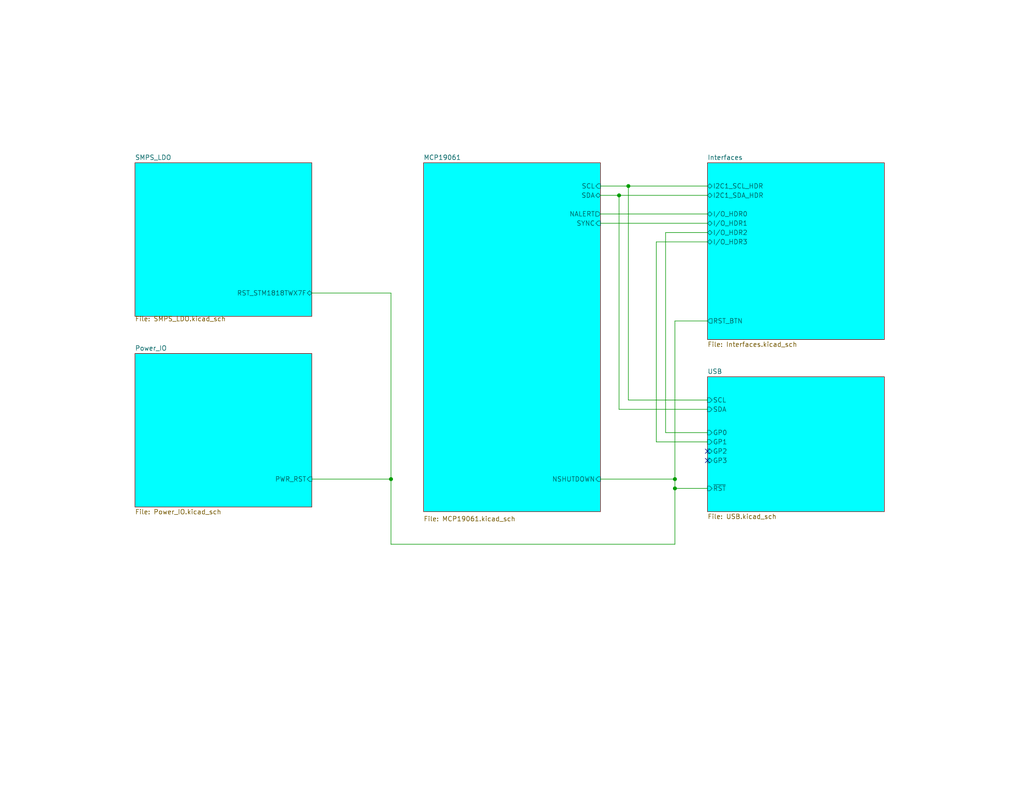
<source format=kicad_sch>
(kicad_sch
	(version 20231120)
	(generator "eeschema")
	(generator_version "8.0")
	(uuid "b3855754-13ea-49fc-935d-9d42ea1a9383")
	(paper "USLetter")
	(lib_symbols)
	(junction
		(at 184.15 133.35)
		(diameter 0)
		(color 0 0 0 0)
		(uuid "3900d937-e6e7-474f-beee-a7ca91d3338b")
	)
	(junction
		(at 106.68 130.81)
		(diameter 0)
		(color 0 0 0 0)
		(uuid "e13d0506-a6a8-47a6-b4c6-59ed376ab56f")
	)
	(junction
		(at 171.45 50.8)
		(diameter 0)
		(color 0 0 0 0)
		(uuid "e9f118bf-be8f-4e3f-a90c-b5586e73f8f5")
	)
	(junction
		(at 168.91 53.34)
		(diameter 0)
		(color 0 0 0 0)
		(uuid "ed5085f9-fef5-4156-9b60-85d8ecf35c65")
	)
	(junction
		(at 184.15 130.81)
		(diameter 0)
		(color 0 0 0 0)
		(uuid "fe7b9fdb-b11f-429f-9dc9-ed77d98fa80c")
	)
	(no_connect
		(at 193.04 123.19)
		(uuid "44f835c3-9ec7-4948-8922-1b9e379e3815")
	)
	(no_connect
		(at 193.04 125.73)
		(uuid "803eca0e-b120-4883-a973-0de028b11bc7")
	)
	(wire
		(pts
			(xy 184.15 130.81) (xy 184.15 87.63)
		)
		(stroke
			(width 0)
			(type default)
		)
		(uuid "01cff37d-d661-4721-9514-f28fa097de99")
	)
	(wire
		(pts
			(xy 168.91 111.76) (xy 193.04 111.76)
		)
		(stroke
			(width 0)
			(type default)
		)
		(uuid "02968175-265d-45e8-9d75-6ba104bdbf21")
	)
	(wire
		(pts
			(xy 106.68 130.81) (xy 106.68 148.59)
		)
		(stroke
			(width 0)
			(type default)
		)
		(uuid "04f2aacd-74e5-4632-99f4-644598de1321")
	)
	(wire
		(pts
			(xy 184.15 133.35) (xy 193.04 133.35)
		)
		(stroke
			(width 0)
			(type default)
		)
		(uuid "08ce81b0-8b0a-4c6b-8c7f-68fe55b26459")
	)
	(wire
		(pts
			(xy 181.61 63.5) (xy 193.04 63.5)
		)
		(stroke
			(width 0)
			(type default)
		)
		(uuid "0f064c44-d1bb-44d8-9e60-80970b785067")
	)
	(wire
		(pts
			(xy 163.83 130.81) (xy 184.15 130.81)
		)
		(stroke
			(width 0)
			(type default)
		)
		(uuid "1865322e-6d83-4c06-bf77-f5ec151ab42f")
	)
	(wire
		(pts
			(xy 184.15 133.35) (xy 184.15 130.81)
		)
		(stroke
			(width 0)
			(type default)
		)
		(uuid "22d10857-61db-4f2e-8b6b-6c4ab1eeb208")
	)
	(wire
		(pts
			(xy 179.07 120.65) (xy 193.04 120.65)
		)
		(stroke
			(width 0)
			(type default)
		)
		(uuid "2bb624d8-0a99-49c8-a5d8-816bd47862a1")
	)
	(wire
		(pts
			(xy 85.09 80.01) (xy 106.68 80.01)
		)
		(stroke
			(width 0)
			(type default)
		)
		(uuid "33936af7-47bc-4ab2-85d8-1053e50d814e")
	)
	(wire
		(pts
			(xy 163.83 53.34) (xy 168.91 53.34)
		)
		(stroke
			(width 0)
			(type default)
		)
		(uuid "3798b821-a86e-436f-aa79-6b180f73a7d9")
	)
	(wire
		(pts
			(xy 181.61 63.5) (xy 181.61 118.11)
		)
		(stroke
			(width 0)
			(type default)
		)
		(uuid "47d83a5e-2adc-481b-bef9-76101efdead2")
	)
	(wire
		(pts
			(xy 171.45 50.8) (xy 171.45 109.22)
		)
		(stroke
			(width 0)
			(type default)
		)
		(uuid "56d5d189-57ce-4bcd-8e43-32d6a0b6efff")
	)
	(wire
		(pts
			(xy 106.68 80.01) (xy 106.68 130.81)
		)
		(stroke
			(width 0)
			(type default)
		)
		(uuid "591c196b-f83e-4af9-9a73-75f2b02f0915")
	)
	(wire
		(pts
			(xy 163.83 50.8) (xy 171.45 50.8)
		)
		(stroke
			(width 0)
			(type default)
		)
		(uuid "69f064f8-1fcc-4850-ba75-fd22fa9ecc84")
	)
	(wire
		(pts
			(xy 193.04 60.96) (xy 163.83 60.96)
		)
		(stroke
			(width 0)
			(type default)
		)
		(uuid "6bd67f77-b82a-4b47-a66b-6214b42927f8")
	)
	(wire
		(pts
			(xy 184.15 87.63) (xy 193.04 87.63)
		)
		(stroke
			(width 0)
			(type default)
		)
		(uuid "6d8e5548-29e8-420f-b677-ed7ca36c8d0e")
	)
	(wire
		(pts
			(xy 171.45 109.22) (xy 193.04 109.22)
		)
		(stroke
			(width 0)
			(type default)
		)
		(uuid "6fbc60b2-cfb2-4f0d-b40f-7bbfc071b536")
	)
	(wire
		(pts
			(xy 184.15 148.59) (xy 184.15 133.35)
		)
		(stroke
			(width 0)
			(type default)
		)
		(uuid "733060e0-5841-4a62-a6ee-c962b1232784")
	)
	(wire
		(pts
			(xy 179.07 66.04) (xy 193.04 66.04)
		)
		(stroke
			(width 0)
			(type default)
		)
		(uuid "77c30572-be7f-45d0-ae57-bc7bcb946667")
	)
	(wire
		(pts
			(xy 85.09 130.81) (xy 106.68 130.81)
		)
		(stroke
			(width 0)
			(type default)
		)
		(uuid "79ffe85f-ff33-4026-ada6-81c0f614cd88")
	)
	(wire
		(pts
			(xy 168.91 53.34) (xy 168.91 111.76)
		)
		(stroke
			(width 0)
			(type default)
		)
		(uuid "7fcdb534-7f31-4b54-ad41-ccee6cffded1")
	)
	(wire
		(pts
			(xy 181.61 118.11) (xy 193.04 118.11)
		)
		(stroke
			(width 0)
			(type default)
		)
		(uuid "9c22b561-bf63-45cb-9ecb-1819556ca854")
	)
	(wire
		(pts
			(xy 179.07 66.04) (xy 179.07 120.65)
		)
		(stroke
			(width 0)
			(type default)
		)
		(uuid "a89eef61-5461-487a-9aa6-713f9d3d5141")
	)
	(wire
		(pts
			(xy 193.04 50.8) (xy 171.45 50.8)
		)
		(stroke
			(width 0)
			(type default)
		)
		(uuid "c68a23de-21f3-4462-856b-4233ccbd7c00")
	)
	(wire
		(pts
			(xy 193.04 58.42) (xy 163.83 58.42)
		)
		(stroke
			(width 0)
			(type default)
		)
		(uuid "d1a5b73e-6eb7-4fec-a772-32724176af13")
	)
	(wire
		(pts
			(xy 168.91 53.34) (xy 193.04 53.34)
		)
		(stroke
			(width 0)
			(type default)
		)
		(uuid "df8e9de5-a547-42a1-b54e-3a08017f09dd")
	)
	(wire
		(pts
			(xy 106.68 148.59) (xy 184.15 148.59)
		)
		(stroke
			(width 0)
			(type default)
		)
		(uuid "e513117f-c5f9-43ef-892e-e3d631794681")
	)
	(sheet
		(at 193.04 44.45)
		(size 48.26 48.26)
		(fields_autoplaced yes)
		(stroke
			(width 0.1524)
			(type solid)
		)
		(fill
			(color 0 255 255 1.0000)
		)
		(uuid "7fc71731-05e0-47b0-9baf-64dcc51f2872")
		(property "Sheetname" "Interfaces"
			(at 193.04 43.7384 0)
			(effects
				(font
					(size 1.27 1.27)
				)
				(justify left bottom)
			)
		)
		(property "Sheetfile" "Interfaces.kicad_sch"
			(at 193.04 93.2946 0)
			(effects
				(font
					(size 1.27 1.27)
				)
				(justify left top)
			)
		)
		(pin "I2C1_SDA_HDR" bidirectional
			(at 193.04 53.34 180)
			(effects
				(font
					(size 1.27 1.27)
				)
				(justify left)
			)
			(uuid "2ba93b22-ff96-405a-99d6-32c91aed21f2")
		)
		(pin "I2C1_SCL_HDR" bidirectional
			(at 193.04 50.8 180)
			(effects
				(font
					(size 1.27 1.27)
				)
				(justify left)
			)
			(uuid "2bfb791c-c900-4173-afce-95f3e6dbff2a")
		)
		(pin "RST_BTN" output
			(at 193.04 87.63 180)
			(effects
				(font
					(size 1.27 1.27)
				)
				(justify left)
			)
			(uuid "a66a84e6-2f2f-4eea-9598-d4f94fac27bc")
		)
		(pin "I{slash}O_HDR0" bidirectional
			(at 193.04 58.42 180)
			(effects
				(font
					(size 1.27 1.27)
				)
				(justify left)
			)
			(uuid "8588045c-3cb9-4f37-8bed-facc8b61e85c")
		)
		(pin "I{slash}O_HDR1" bidirectional
			(at 193.04 60.96 180)
			(effects
				(font
					(size 1.27 1.27)
				)
				(justify left)
			)
			(uuid "1ca36427-b21b-44b6-a809-882ab4850213")
		)
		(pin "I{slash}O_HDR3" bidirectional
			(at 193.04 66.04 180)
			(effects
				(font
					(size 1.27 1.27)
				)
				(justify left)
			)
			(uuid "3616c8c1-feec-4d93-8049-e0f8c6c648a7")
		)
		(pin "I{slash}O_HDR2" bidirectional
			(at 193.04 63.5 180)
			(effects
				(font
					(size 1.27 1.27)
				)
				(justify left)
			)
			(uuid "d9cd2fc3-5d3c-4cef-9b9f-db474e513823")
		)
		(instances
			(project "USBPD_Board"
				(path "/b3855754-13ea-49fc-935d-9d42ea1a9383"
					(page "4")
				)
			)
		)
	)
	(sheet
		(at 36.83 96.52)
		(size 48.26 41.91)
		(fields_autoplaced yes)
		(stroke
			(width 0.1524)
			(type solid)
		)
		(fill
			(color 0 255 255 1.0000)
		)
		(uuid "8ca2a2be-b278-4705-baff-3e3f01daf622")
		(property "Sheetname" "Power_IO"
			(at 36.83 95.8084 0)
			(effects
				(font
					(size 1.27 1.27)
				)
				(justify left bottom)
			)
		)
		(property "Sheetfile" "Power_IO.kicad_sch"
			(at 36.83 139.0146 0)
			(effects
				(font
					(size 1.27 1.27)
				)
				(justify left top)
			)
		)
		(pin "PWR_RST" input
			(at 85.09 130.81 0)
			(effects
				(font
					(size 1.27 1.27)
				)
				(justify right)
			)
			(uuid "c1dc41e7-8235-463a-8240-962ae4bd60b8")
		)
		(instances
			(project "USBPD_Board"
				(path "/b3855754-13ea-49fc-935d-9d42ea1a9383"
					(page "8")
				)
			)
		)
	)
	(sheet
		(at 115.57 44.45)
		(size 48.26 95.25)
		(fields_autoplaced yes)
		(stroke
			(width 0.1524)
			(type solid)
		)
		(fill
			(color 0 255 255 1.0000)
		)
		(uuid "9590177a-18e0-45c2-bbc0-12c0f8516d83")
		(property "Sheetname" "MCP19061"
			(at 115.57 43.7384 0)
			(effects
				(font
					(size 1.27 1.27)
				)
				(justify left bottom)
			)
		)
		(property "Sheetfile" "MCP19061.kicad_sch"
			(at 115.57 140.9196 0)
			(effects
				(font
					(size 1.27 1.27)
				)
				(justify left top)
			)
		)
		(pin "NSHUTDOWN" input
			(at 163.83 130.81 0)
			(effects
				(font
					(size 1.27 1.27)
				)
				(justify right)
			)
			(uuid "e48ae52c-ca08-4873-97bf-0d52ef6b23ec")
		)
		(pin "SCL" input
			(at 163.83 50.8 0)
			(effects
				(font
					(size 1.27 1.27)
				)
				(justify right)
			)
			(uuid "bb775a82-c66e-4f06-a5cb-c316b1799185")
		)
		(pin "NALERT" output
			(at 163.83 58.42 0)
			(effects
				(font
					(size 1.27 1.27)
				)
				(justify right)
			)
			(uuid "87673dd8-b667-45bc-a821-e8e31d19ba70")
		)
		(pin "SYNC" input
			(at 163.83 60.96 0)
			(effects
				(font
					(size 1.27 1.27)
				)
				(justify right)
			)
			(uuid "d9f88f6b-a9d1-405a-8add-0cd689c4a1e1")
		)
		(pin "SDA" bidirectional
			(at 163.83 53.34 0)
			(effects
				(font
					(size 1.27 1.27)
				)
				(justify right)
			)
			(uuid "3f33ca34-01f0-4e66-8831-5f6a34fb6514")
		)
		(instances
			(project "USBPD_Board"
				(path "/b3855754-13ea-49fc-935d-9d42ea1a9383"
					(page "7")
				)
			)
		)
	)
	(sheet
		(at 36.83 44.45)
		(size 48.26 41.91)
		(fields_autoplaced yes)
		(stroke
			(width 0.1524)
			(type solid)
		)
		(fill
			(color 0 255 255 1.0000)
		)
		(uuid "a517b6df-ecb3-459b-b406-0995d5766078")
		(property "Sheetname" "SMPS_LDO"
			(at 36.83 43.7384 0)
			(effects
				(font
					(size 1.27 1.27)
				)
				(justify left bottom)
			)
		)
		(property "Sheetfile" "SMPS_LDO.kicad_sch"
			(at 36.83 86.3096 0)
			(effects
				(font
					(size 1.27 1.27)
				)
				(justify left top)
			)
		)
		(pin "RST_STM1818TWX7F" bidirectional
			(at 85.09 80.01 0)
			(effects
				(font
					(size 1.27 1.27)
				)
				(justify right)
			)
			(uuid "d7d0b5c4-4366-43f3-9303-34babfd09535")
		)
		(instances
			(project "USBPD_Board"
				(path "/b3855754-13ea-49fc-935d-9d42ea1a9383"
					(page "3")
				)
			)
		)
	)
	(sheet
		(at 193.04 102.87)
		(size 48.26 36.83)
		(fields_autoplaced yes)
		(stroke
			(width 0.1524)
			(type solid)
		)
		(fill
			(color 0 255 255 1.0000)
		)
		(uuid "f3dbce08-17de-4a11-8bd4-40e77de9f2ae")
		(property "Sheetname" "USB"
			(at 193.04 102.1584 0)
			(effects
				(font
					(size 1.27 1.27)
				)
				(justify left bottom)
			)
		)
		(property "Sheetfile" "USB.kicad_sch"
			(at 193.04 140.2846 0)
			(effects
				(font
					(size 1.27 1.27)
				)
				(justify left top)
			)
		)
		(pin "GP0" input
			(at 193.04 118.11 180)
			(effects
				(font
					(size 1.27 1.27)
				)
				(justify left)
			)
			(uuid "2adb0f84-a296-4d40-80ba-5ff96d055a6d")
		)
		(pin "GP1" input
			(at 193.04 120.65 180)
			(effects
				(font
					(size 1.27 1.27)
				)
				(justify left)
			)
			(uuid "21dbe1a0-ee5e-44cd-bbb3-91079699df41")
		)
		(pin "~{RST}" input
			(at 193.04 133.35 180)
			(effects
				(font
					(size 1.27 1.27)
				)
				(justify left)
			)
			(uuid "fe62e0b0-7128-4a7c-980e-37b1b6c1d989")
		)
		(pin "SDA" input
			(at 193.04 111.76 180)
			(effects
				(font
					(size 1.27 1.27)
				)
				(justify left)
			)
			(uuid "fbef8312-22a2-48f1-9494-7bcacada0d9c")
		)
		(pin "SCL" input
			(at 193.04 109.22 180)
			(effects
				(font
					(size 1.27 1.27)
				)
				(justify left)
			)
			(uuid "6c6d4fdf-9d56-49d3-b0b6-e01da624910f")
		)
		(pin "GP2" input
			(at 193.04 123.19 180)
			(effects
				(font
					(size 1.27 1.27)
				)
				(justify left)
			)
			(uuid "08b99b3a-7cef-4498-9222-8e0994b77151")
		)
		(pin "GP3" input
			(at 193.04 125.73 180)
			(effects
				(font
					(size 1.27 1.27)
				)
				(justify left)
			)
			(uuid "d81c7939-e0f7-42a2-81ee-81a9159f1c68")
		)
		(instances
			(project "USBPD_Board"
				(path "/b3855754-13ea-49fc-935d-9d42ea1a9383"
					(page "6")
				)
			)
		)
	)
	(sheet_instances
		(path "/"
			(page "1")
		)
	)
)

</source>
